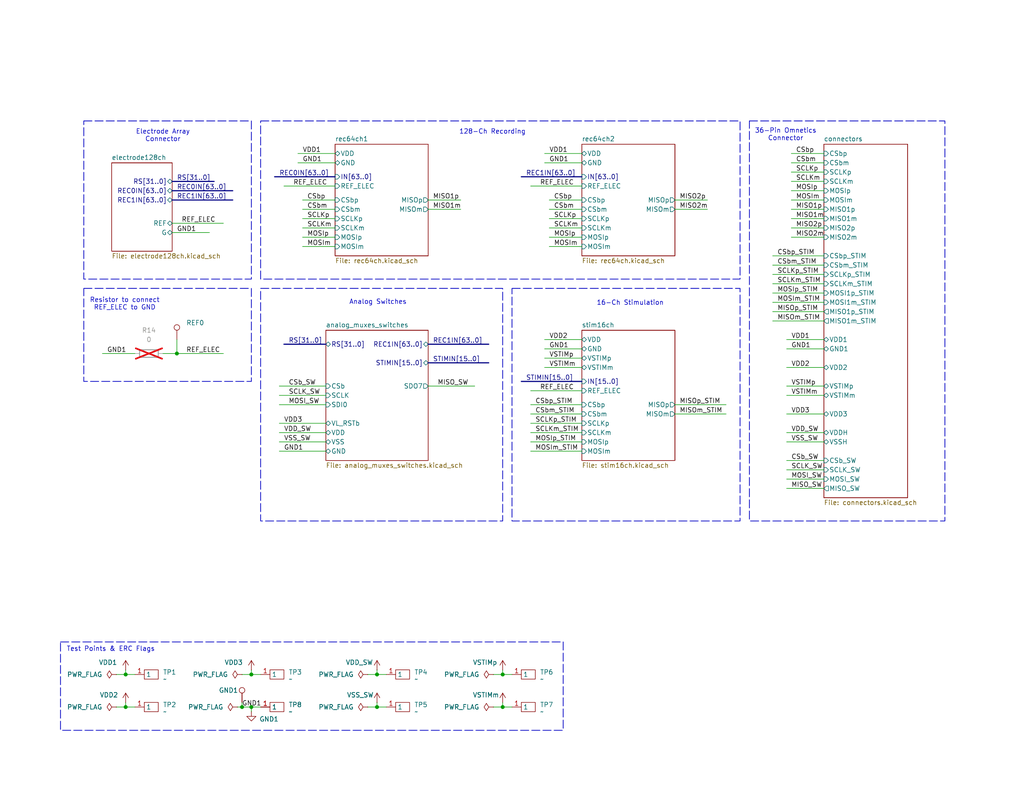
<source format=kicad_sch>
(kicad_sch (version 20231120) (generator "eeschema") (generator_version "8.0")
  (paper "USLetter")
  (title_block (title "HS-128S") (date "2024-04-12") (rev "1.0.0") (company "OpenIC"))
  (lib_symbols
    (symbol "Connector:TestPoint" (pin_numbers hide) (pin_names (offset 0.762) hide)
      (property "Reference" "TP" (at 0 6.858 0))
      (property "Value" "TestPoint" (at 0 5.08 0))
      (symbol "TestPoint_0_1"
        (circle (center 0 3.302) (radius 0.762))
      )
      (symbol "TestPoint_1_1"
        (pin passive line (at 0 0 90) (length 2.54) (name "1") (number "1"))
      )
    )
    (symbol "Device:R" (pin_numbers hide) (pin_names (offset 0))
      (property "Reference" "R" (at 2.032 0 90))
      (property "Value" "R" (at 0 0 90))
      (symbol "R_0_1"
        (rectangle (start -1.016 -2.54) (end 1.016 2.54) (stroke (width 0.254)))
      )
      (symbol "R_1_1"
        (pin passive line (at 0 3.81 270) (length 1.27) (name "~") (number "1"))
        (pin passive line (at 0 -3.81 90) (length 1.27) (name "~") (number "2"))
      )
    )
    (symbol "openic:TESTPOINT_PAD_SQ_0.5"
      (property "Reference" "TP" (at 1.27 2.54 0))
      (symbol "TESTPOINT_PAD_SQ_0.5_0_1"
        (rectangle (start 0 1.27) (end 3.81 -1.27))
      )
      (symbol "TESTPOINT_PAD_SQ_0.5_1_1"
        (pin passive line (at -2.54 0 0) (length 2.54) (name "1") (number "1"))
      )
    )
    (symbol "power:GND" (power) (pin_numbers hide) (pin_names (offset 0) hide)
      (property "Value" "GND" (at 0 -3.81 0))
      (symbol "GND_0_1"
        (polyline (pts (xy 0 0) (xy 0 -1.27) (xy 1.27 -1.27) (xy 0 -2.54) (xy -1.27 -1.27) (xy 0 -1.27)))
      )
      (symbol "GND_1_1"
        (pin power_in line (at 0 0 270) (length 0) (name "~") (number "1"))
      )
    )
    (symbol "power:PWR_FLAG" (power) (pin_numbers hide) (pin_names (offset 0) hide)
      (property "Value" "PWR_FLAG" (at 0 3.81 0))
      (symbol "PWR_FLAG_0_0"
        (pin power_out line (at 0 0 90) (length 0) (name "~") (number "1"))
      )
      (symbol "PWR_FLAG_0_1"
        (polyline (pts (xy 0 0) (xy 0 1.27) (xy -1.016 1.905) (xy 0 2.54) (xy 1.016 1.905) (xy 0 1.27)))
      )
    )
    (symbol "power:VCC" (power) (pin_numbers hide) (pin_names (offset 0) hide)
      (property "Value" "VCC" (at 0 3.556 0))
      (symbol "VCC_0_1"
        (polyline (pts (xy -0.762 1.27) (xy 0 2.54)))
        (polyline (pts (xy 0 0) (xy 0 2.54)))
        (polyline (pts (xy 0 2.54) (xy 0.762 1.27)))
      )
      (symbol "VCC_1_1"
        (pin power_in line (at 0 0 90) (length 0) (name "~") (number "1"))
      )
    )
  )
  (junction (at 137.16 193.04))
  (junction (at 48.26 96.52))
  (junction (at 68.58 193.04))
  (junction (at 68.58 184.15))
  (junction (at 34.29 184.15))
  (junction (at 137.16 184.15))
  (junction (at 66.04 193.04))
  (junction (at 102.87 184.15))
  (junction (at 34.29 193.04))
  (junction (at 102.87 193.04))
  (wire (pts (xy 82.55 62.23) (xy 91.44 62.23)))
  (bus (pts (xy 46.99 49.53) (xy 58.42 49.53)))
  (wire (pts (xy 184.15 113.03) (xy 198.12 113.03)))
  (wire (pts (xy 215.9 54.61) (xy 224.79 54.61)))
  (wire (pts (xy 66.04 191.77) (xy 66.04 193.04)))
  (wire (pts (xy 215.9 49.53) (xy 224.79 49.53)))
  (bus (pts (xy 142.24 104.14) (xy 158.75 104.14)))
  (wire (pts (xy 215.9 64.77) (xy 224.79 64.77)))
  (wire (pts (xy 27.94 96.52) (xy 36.83 96.52)))
  (wire (pts (xy 76.2 120.65) (xy 88.9 120.65)))
  (wire (pts (xy 214.63 107.95) (xy 224.79 107.95)))
  (wire (pts (xy 215.9 44.45) (xy 224.79 44.45)))
  (wire (pts (xy 82.55 54.61) (xy 91.44 54.61)))
  (bus (pts (xy 77.47 93.98) (xy 88.9 93.98)))
  (wire (pts (xy 148.59 97.79) (xy 158.75 97.79)))
  (wire (pts (xy 100.33 184.15) (xy 102.87 184.15)))
  (wire (pts (xy 148.59 95.25) (xy 158.75 95.25)))
  (bus (pts (xy 46.99 52.07) (xy 63.5 52.07)))
  (wire (pts (xy 184.15 54.61) (xy 193.04 54.61)))
  (wire (pts (xy 82.55 57.15) (xy 91.44 57.15)))
  (wire (pts (xy 76.2 115.57) (xy 88.9 115.57)))
  (wire (pts (xy 144.78 110.49) (xy 158.75 110.49)))
  (wire (pts (xy 76.2 107.95) (xy 88.9 107.95)))
  (wire (pts (xy 214.63 120.65) (xy 224.79 120.65)))
  (wire (pts (xy 148.59 41.91) (xy 158.75 41.91)))
  (wire (pts (xy 215.9 52.07) (xy 224.79 52.07)))
  (wire (pts (xy 210.82 72.39) (xy 224.79 72.39)))
  (wire (pts (xy 81.28 41.91) (xy 91.44 41.91)))
  (wire (pts (xy 137.16 184.15) (xy 139.7 184.15)))
  (wire (pts (xy 214.63 95.25) (xy 224.79 95.25)))
  (wire (pts (xy 76.2 110.49) (xy 88.9 110.49)))
  (wire (pts (xy 214.63 130.81) (xy 224.79 130.81)))
  (wire (pts (xy 102.87 191.77) (xy 102.87 193.04)))
  (wire (pts (xy 215.9 57.15) (xy 224.79 57.15)))
  (wire (pts (xy 134.62 184.15) (xy 137.16 184.15)))
  (wire (pts (xy 82.55 64.77) (xy 91.44 64.77)))
  (wire (pts (xy 31.75 193.04) (xy 34.29 193.04)))
  (wire (pts (xy 148.59 100.33) (xy 158.75 100.33)))
  (wire (pts (xy 214.63 100.33) (xy 224.79 100.33)))
  (wire (pts (xy 149.86 64.77) (xy 158.75 64.77)))
  (wire (pts (xy 184.15 110.49) (xy 198.12 110.49)))
  (wire (pts (xy 76.2 118.11) (xy 88.9 118.11)))
  (bus (pts (xy 116.84 93.98) (xy 133.35 93.98)))
  (wire (pts (xy 214.63 113.03) (xy 224.79 113.03)))
  (wire (pts (xy 144.78 50.8) (xy 158.75 50.8)))
  (wire (pts (xy 46.99 63.5) (xy 57.15 63.5)))
  (wire (pts (xy 34.29 191.77) (xy 34.29 193.04)))
  (bus (pts (xy 46.99 54.61) (xy 63.5 54.61)))
  (wire (pts (xy 100.33 193.04) (xy 102.87 193.04)))
  (wire (pts (xy 102.87 182.88) (xy 102.87 184.15)))
  (wire (pts (xy 48.26 92.71) (xy 48.26 96.52)))
  (wire (pts (xy 34.29 184.15) (xy 36.83 184.15)))
  (wire (pts (xy 148.59 92.71) (xy 158.75 92.71)))
  (bus (pts (xy 142.24 48.26) (xy 158.75 48.26)))
  (wire (pts (xy 116.84 105.41) (xy 129.54 105.41)))
  (wire (pts (xy 144.78 120.65) (xy 158.75 120.65)))
  (wire (pts (xy 215.9 59.69) (xy 224.79 59.69)))
  (wire (pts (xy 68.58 184.15) (xy 71.12 184.15)))
  (bus (pts (xy 116.84 99.06) (xy 133.35 99.06)))
  (wire (pts (xy 66.04 193.04) (xy 68.58 193.04)))
  (wire (pts (xy 102.87 184.15) (xy 105.41 184.15)))
  (wire (pts (xy 116.84 54.61) (xy 125.73 54.61)))
  (wire (pts (xy 68.58 182.88) (xy 68.58 184.15)))
  (wire (pts (xy 76.2 105.41) (xy 88.9 105.41)))
  (wire (pts (xy 44.45 96.52) (xy 48.26 96.52)))
  (wire (pts (xy 210.82 82.55) (xy 224.79 82.55)))
  (wire (pts (xy 149.86 57.15) (xy 158.75 57.15)))
  (wire (pts (xy 144.78 118.11) (xy 158.75 118.11)))
  (wire (pts (xy 144.78 123.19) (xy 158.75 123.19)))
  (wire (pts (xy 210.82 74.93) (xy 224.79 74.93)))
  (wire (pts (xy 210.82 85.09) (xy 224.79 85.09)))
  (wire (pts (xy 116.84 57.15) (xy 125.73 57.15)))
  (wire (pts (xy 210.82 69.85) (xy 224.79 69.85)))
  (wire (pts (xy 31.75 184.15) (xy 34.29 184.15)))
  (wire (pts (xy 214.63 125.73) (xy 224.79 125.73)))
  (wire (pts (xy 214.63 118.11) (xy 224.79 118.11)))
  (wire (pts (xy 214.63 133.35) (xy 224.79 133.35)))
  (wire (pts (xy 68.58 193.04) (xy 71.12 193.04)))
  (wire (pts (xy 64.77 193.04) (xy 66.04 193.04)))
  (wire (pts (xy 214.63 105.41) (xy 224.79 105.41)))
  (wire (pts (xy 102.87 193.04) (xy 105.41 193.04)))
  (wire (pts (xy 210.82 80.01) (xy 224.79 80.01)))
  (wire (pts (xy 144.78 115.57) (xy 158.75 115.57)))
  (wire (pts (xy 148.59 44.45) (xy 158.75 44.45)))
  (wire (pts (xy 36.83 193.04) (xy 34.29 193.04)))
  (wire (pts (xy 137.16 182.88) (xy 137.16 184.15)))
  (wire (pts (xy 82.55 67.31) (xy 91.44 67.31)))
  (wire (pts (xy 144.78 106.68) (xy 158.75 106.68)))
  (wire (pts (xy 144.78 113.03) (xy 158.75 113.03)))
  (wire (pts (xy 77.47 50.8) (xy 91.44 50.8)))
  (wire (pts (xy 215.9 62.23) (xy 224.79 62.23)))
  (wire (pts (xy 76.2 123.19) (xy 88.9 123.19)))
  (wire (pts (xy 149.86 67.31) (xy 158.75 67.31)))
  (wire (pts (xy 82.55 59.69) (xy 91.44 59.69)))
  (wire (pts (xy 48.26 96.52) (xy 60.96 96.52)))
  (wire (pts (xy 149.86 62.23) (xy 158.75 62.23)))
  (wire (pts (xy 34.29 182.88) (xy 34.29 184.15)))
  (wire (pts (xy 210.82 77.47) (xy 224.79 77.47)))
  (bus (pts (xy 74.93 48.26) (xy 91.44 48.26)))
  (wire (pts (xy 214.63 92.71) (xy 224.79 92.71)))
  (wire (pts (xy 215.9 46.99) (xy 224.79 46.99)))
  (wire (pts (xy 66.04 184.15) (xy 68.58 184.15)))
  (wire (pts (xy 184.15 57.15) (xy 193.04 57.15)))
  (wire (pts (xy 149.86 54.61) (xy 158.75 54.61)))
  (wire (pts (xy 149.86 59.69) (xy 158.75 59.69)))
  (wire (pts (xy 134.62 193.04) (xy 137.16 193.04)))
  (wire (pts (xy 137.16 193.04) (xy 139.7 193.04)))
  (wire (pts (xy 137.16 191.77) (xy 137.16 193.04)))
  (wire (pts (xy 214.63 128.27) (xy 224.79 128.27)))
  (wire (pts (xy 68.58 193.04) (xy 68.58 194.31)))
  (wire (pts (xy 81.28 44.45) (xy 91.44 44.45)))
  (wire (pts (xy 46.99 60.96) (xy 60.96 60.96)))
  (wire (pts (xy 215.9 41.91) (xy 224.79 41.91)))
  (wire (pts (xy 210.82 87.63) (xy 224.79 87.63)))
  (rectangle (start 139.7 78.74) (end 201.93 142.24) (stroke (width 0.2032) (type dash)))
  (rectangle (start 71.12 78.74) (end 137.16 142.24) (stroke (width 0.2032) (type dash)))
  (rectangle (start 22.86 33.02) (end 68.58 76.2) (stroke (width 0.2032) (type dash)))
  (rectangle (start 16.51 175.26) (end 153.67 199.39) (stroke (width 0.2032) (type dash)))
  (rectangle (start 22.86 78.74) (end 68.58 104.14) (stroke (width 0.2032) (type dash)))
  (rectangle (start 71.12 33.02) (end 201.93 76.2) (stroke (width 0.2032) (type dash)))
  (rectangle (start 204.47 33.02) (end 257.81 142.24) (stroke (width 0.2032) (type dash)))
  (text "Resistor to connect\nREF_ELEC to GND" (at 34.036 83.058 0) (effects (font (size 1.27 1.27))))
  (text "Analog Switches" (at 103.124 82.55 0) (effects (font (size 1.27 1.27))))
  (text "16-Ch Stimulation" (at 171.958 82.804 0) (effects (font (size 1.27 1.27))))
  (text "128-Ch Recording" (at 134.366 36.068 0) (effects (font (size 1.27 1.27))))
  (text "Electrode Array\nConnector" (at 44.45 37.084 0) (effects (font (size 1.27 1.27))))
  (text "Test Points & ERC Flags" (at 30.226 177.292 0) (effects (font (size 1.27 1.27))))
  (text "36-Pin Omnetics\nConnector" (at 214.376 36.83 0) (effects (font (size 1.27 1.27))))
  (label "GND1" (at 29.21 96.52 0))
  (label "SCLK_SW" (at 78.74 107.95 0))
  (label "STIMIN[15..0]" (at 143.51 104.14 0))
  (label "RS[31..0]" (at 48.26 49.53 0))
  (label "MOSIp_STIM" (at 146.05 120.65 0))
  (label "MISO2m" (at 185.42 57.15 0))
  (label "MISO2m" (at 217.17 64.77 0))
  (label "MISO_SW" (at 215.9 133.35 0))
  (label "REC1IN[63..0]" (at 118.11 93.98 0))
  (label "REC1IN[63..0]" (at 48.26 54.61 0))
  (label "MISO1m" (at 118.11 57.15 0))
  (label "REC0IN[63..0]" (at 48.26 52.07 0))
  (label "REF_ELEC" (at 80.01 50.8 0))
  (label "SCLKm_STIM" (at 212.09 77.47 0))
  (label "MOSIm_STIM" (at 212.09 82.55 0))
  (label "REC0IN[63..0]" (at 76.2 48.26 0))
  (label "CSb_SW" (at 78.74 105.41 0))
  (label "CSbp" (at 83.82 54.61 0))
  (label "GND1" (at 149.86 95.25 0))
  (label "MISO1p" (at 217.17 57.15 0))
  (label "VDD3" (at 215.9 113.03 0))
  (label "MOSIm_STIM" (at 146.05 123.19 0))
  (label "GND1" (at 48.26 63.5 0))
  (label "GND1" (at 77.47 123.19 0))
  (label "MISO2p" (at 217.17 62.23 0))
  (label "VDD_SW" (at 215.9 118.11 0))
  (label "SCLKp_STIM" (at 212.09 74.93 0))
  (label "MOSI_SW" (at 78.74 110.49 0))
  (label "VSTIMm" (at 215.9 107.95 0))
  (label "SCLKm_STIM" (at 146.05 118.11 0))
  (label "GND1" (at 82.55 44.45 0))
  (label "VDD1" (at 215.9 92.71 0))
  (label "SCLK_SW" (at 215.9 128.27 0))
  (label "VDD3" (at 77.47 115.57 0))
  (label "CSbp" (at 217.17 41.91 0))
  (label "RS[31..0]" (at 78.74 93.98 0))
  (label "VSS_SW" (at 215.9 120.65 0))
  (label "SCLKm" (at 217.17 49.53 0))
  (label "VDD1" (at 82.55 41.91 0))
  (label "STIMIN[15..0]" (at 118.11 99.06 0))
  (label "REF_ELEC" (at 147.32 50.8 0))
  (label "VDD2" (at 149.86 92.71 0))
  (label "MISO2p" (at 185.42 54.61 0))
  (label "REF_ELEC" (at 147.32 106.68 0))
  (label "CSbm" (at 83.82 57.15 0))
  (label "MOSIp" (at 83.82 64.77 0))
  (label "SCLKp" (at 83.82 59.69 0))
  (label "VSTIMm" (at 149.86 100.33 0))
  (label "REF_ELEC" (at 49.53 60.96 0))
  (label "CSbp_STIM" (at 146.05 110.49 0))
  (label "CSbp_STIM" (at 212.09 69.85 0))
  (label "CSbm_STIM" (at 212.09 72.39 0))
  (label "MOSIp_STIM" (at 212.09 80.01 0))
  (label "CSbm" (at 217.17 44.45 0))
  (label "CSbm_STIM" (at 146.05 113.03 0))
  (label "MOSI_SW" (at 215.9 130.81 0))
  (label "MOSIp" (at 217.17 52.07 0))
  (label "VSS_SW" (at 77.47 120.65 0))
  (label "MOSIm" (at 83.82 67.31 0))
  (label "GND1" (at 66.04 193.04 0))
  (label "CSbm" (at 151.13 57.15 0))
  (label "MOSIm" (at 217.17 54.61 0))
  (label "GND1" (at 215.9 95.25 0))
  (label "SCLKm" (at 83.82 62.23 0))
  (label "CSb_SW" (at 215.9 125.73 0))
  (label "REC1IN[63..0]" (at 143.51 48.26 0))
  (label "CSbp" (at 151.13 54.61 0))
  (label "MISO_SW" (at 119.38 105.41 0))
  (label "MISO1m" (at 217.17 59.69 0))
  (label "MISOm_STIM" (at 185.42 113.03 0))
  (label "MOSIp" (at 151.13 64.77 0))
  (label "MOSIm" (at 151.13 67.31 0))
  (label "VDD1" (at 149.86 41.91 0))
  (label "MISOp_STIM" (at 185.42 110.49 0))
  (label "VDD_SW" (at 77.47 118.11 0))
  (label "MISO1p" (at 118.11 54.61 0))
  (label "VDD2" (at 215.9 100.33 0))
  (label "SCLKp" (at 217.17 46.99 0))
  (label "SCLKp_STIM" (at 146.05 115.57 0))
  (label "SCLKp" (at 151.13 59.69 0))
  (label "VSTIMp" (at 149.86 97.79 0))
  (label "SCLKm" (at 151.13 62.23 0))
  (label "MISOm_STIM" (at 212.09 87.63 0))
  (label "VSTIMp" (at 215.9 105.41 0))
  (label "GND1" (at 149.86 44.45 0))
  (label "MISOp_STIM" (at 212.09 85.09 0))
  (label "REF_ELEC" (at 50.8 96.52 0))
  (symbol (lib_id "power:VCC") (at 137.16 191.77 0) (unit 1)
    (property "Reference" "#PWR08" (effects (hide yes)))
    (property "Value" "VSTIMm" (at 132.588 189.738 0))
    (property "Description" "Power symbol creates a global label with name \"VCC\"" (effects (hide yes)))
  )
  (symbol (lib_id "openic:TESTPOINT_PAD_SQ_0.5") (at 39.37 193.04 0) (unit 1)
    (property "Reference" "TP2" (at 44.45 192.4049 0) (effects (justify left)))
    (property "Value" "~" (at 44.45 194.31 0) (effects (justify left)))
    (property "Footprint" "openic:TESTPOINT_PAD_SQ_0.5" (effects (hide yes)))
    (property "Description" "TESTPOINT_PAD_SQ_0.5" (effects (hide yes)))
  )
  (symbol (lib_id "power:VCC") (at 137.16 182.88 0) (unit 1)
    (property "Reference" "#PWR07" (effects (hide yes)))
    (property "Value" "VSTIMp" (at 132.334 180.848 0))
    (property "Description" "Power symbol creates a global label with name \"VCC\"" (effects (hide yes)))
  )
  (symbol (lib_id "power:PWR_FLAG") (at 134.62 184.15 90) (unit 1)
    (property "Reference" "#FLG07" (effects (hide yes)))
    (property "Value" "PWR_FLAG" (at 130.81 184.1499 90) (effects (justify left)))
    (property "Description" "Special symbol for telling ERC where power comes from" (effects (hide yes)))
  )
  (symbol (lib_id "power:VCC") (at 68.58 182.88 0) (unit 1)
    (property "Reference" "#PWR05" (effects (hide yes)))
    (property "Value" "VDD3" (at 63.754 180.848 0))
    (property "Description" "Power symbol creates a global label with name \"VCC\"" (effects (hide yes)))
  )
  (symbol (lib_id "power:VCC") (at 34.29 191.77 0) (unit 1)
    (property "Reference" "#PWR03" (effects (hide yes)))
    (property "Value" "VDD2" (at 29.718 189.738 0))
    (property "Description" "Power symbol creates a global label with name \"VCC\"" (effects (hide yes)))
  )
  (symbol (lib_id "openic:TESTPOINT_PAD_SQ_0.5") (at 73.66 184.15 0) (unit 1)
    (property "Reference" "TP3" (at 78.74 183.5149 0) (effects (justify left)))
    (property "Value" "~" (at 78.74 185.42 0) (effects (justify left)))
    (property "Footprint" "openic:TESTPOINT_PAD_SQ_0.5" (effects (hide yes)))
    (property "Description" "TESTPOINT_PAD_SQ_0.5" (effects (hide yes)))
  )
  (symbol (lib_id "power:VCC") (at 102.87 182.88 0) (unit 1)
    (property "Reference" "#PWR02" (effects (hide yes)))
    (property "Value" "VDD_SW" (at 98.044 180.848 0))
    (property "Description" "Power symbol creates a global label with name \"VCC\"" (effects (hide yes)))
  )
  (symbol (lib_id "power:PWR_FLAG") (at 134.62 193.04 90) (unit 1)
    (property "Reference" "#FLG08" (effects (hide yes)))
    (property "Value" "PWR_FLAG" (at 130.81 193.0399 90) (effects (justify left)))
    (property "Description" "Special symbol for telling ERC where power comes from" (effects (hide yes)))
  )
  (symbol (lib_id "power:PWR_FLAG") (at 66.04 184.15 90) (unit 1)
    (property "Reference" "#FLG05" (effects (hide yes)))
    (property "Value" "PWR_FLAG" (at 62.23 184.1499 90) (effects (justify left)))
    (property "Description" "Special symbol for telling ERC where power comes from" (effects (hide yes)))
  )
  (symbol (lib_id "power:PWR_FLAG") (at 100.33 184.15 90) (unit 1)
    (property "Reference" "#FLG02" (effects (hide yes)))
    (property "Value" "PWR_FLAG" (at 96.52 184.1499 90) (effects (justify left)))
    (property "Description" "Special symbol for telling ERC where power comes from" (effects (hide yes)))
  )
  (symbol (lib_id "Device:R") (at 40.64 96.52 90) (unit 1) (dnp yes)
    (property "Reference" "R14" (at 40.64 90.17 90))
    (property "Value" "0" (at 40.64 92.71 90))
    (property "Footprint" "Resistor_SMD:R_0402_1005Metric" (effects (hide yes)))
    (property "Description" "Resistor" (effects (hide yes)))
  )
  (symbol (lib_id "power:PWR_FLAG") (at 100.33 193.04 90) (unit 1)
    (property "Reference" "#FLG04" (effects (hide yes)))
    (property "Value" "PWR_FLAG" (at 96.52 193.0399 90) (effects (justify left)))
    (property "Description" "Special symbol for telling ERC where power comes from" (effects (hide yes)))
  )
  (symbol (lib_id "power:PWR_FLAG") (at 31.75 184.15 90) (unit 1)
    (property "Reference" "#FLG01" (effects (hide yes)))
    (property "Value" "PWR_FLAG" (at 27.94 184.1499 90) (effects (justify left)))
    (property "Description" "Special symbol for telling ERC where power comes from" (effects (hide yes)))
  )
  (symbol (lib_id "power:PWR_FLAG") (at 64.77 193.04 90) (unit 1)
    (property "Reference" "#FLG06" (effects (hide yes)))
    (property "Value" "PWR_FLAG" (at 60.96 193.0399 90) (effects (justify left)))
    (property "Description" "Special symbol for telling ERC where power comes from" (effects (hide yes)))
  )
  (symbol (lib_id "openic:TESTPOINT_PAD_SQ_0.5") (at 142.24 184.15 0) (unit 1)
    (property "Reference" "TP6" (at 147.32 183.5149 0) (effects (justify left)))
    (property "Value" "~" (at 147.32 185.42 0) (effects (justify left)))
    (property "Footprint" "openic:TESTPOINT_PAD_SQ_0.5" (effects (hide yes)))
    (property "Description" "TESTPOINT_PAD_SQ_0.5" (effects (hide yes)))
  )
  (symbol (lib_id "openic:TESTPOINT_PAD_SQ_0.5") (at 39.37 184.15 0) (unit 1)
    (property "Reference" "TP1" (at 44.45 183.5149 0) (effects (justify left)))
    (property "Value" "~" (at 44.45 185.42 0) (effects (justify left)))
    (property "Footprint" "openic:TESTPOINT_PAD_SQ_0.5" (effects (hide yes)))
    (property "Description" "TESTPOINT_PAD_SQ_0.5" (effects (hide yes)))
  )
  (symbol (lib_id "power:VCC") (at 102.87 191.77 0) (unit 1)
    (property "Reference" "#PWR04" (effects (hide yes)))
    (property "Value" "VSS_SW" (at 98.298 189.738 0))
    (property "Description" "Power symbol creates a global label with name \"VCC\"" (effects (hide yes)))
  )
  (symbol (lib_id "openic:TESTPOINT_PAD_SQ_0.5") (at 107.95 193.04 0) (unit 1)
    (property "Reference" "TP5" (at 113.03 192.4049 0) (effects (justify left)))
    (property "Value" "~" (at 113.03 194.31 0) (effects (justify left)))
    (property "Footprint" "openic:TESTPOINT_PAD_SQ_0.5" (effects (hide yes)))
    (property "Description" "TESTPOINT_PAD_SQ_0.5" (effects (hide yes)))
  )
  (symbol (lib_id "openic:TESTPOINT_PAD_SQ_0.5") (at 142.24 193.04 0) (unit 1)
    (property "Reference" "TP7" (at 147.32 192.4049 0) (effects (justify left)))
    (property "Value" "~" (at 147.32 194.31 0) (effects (justify left)))
    (property "Footprint" "openic:TESTPOINT_PAD_SQ_0.5" (effects (hide yes)))
    (property "Description" "TESTPOINT_PAD_SQ_0.5" (effects (hide yes)))
  )
  (symbol (lib_id "openic:TESTPOINT_PAD_SQ_0.5") (at 73.66 193.04 0) (unit 1)
    (property "Reference" "TP8" (at 78.74 192.4049 0) (effects (justify left)))
    (property "Value" "~" (at 78.74 194.31 0) (effects (justify left)))
    (property "Footprint" "openic:TESTPOINT_PAD_SQ_0.5" (effects (hide yes)))
    (property "Description" "TESTPOINT_PAD_SQ_0.5" (effects (hide yes)))
  )
  (symbol (lib_id "power:VCC") (at 34.29 182.88 0) (unit 1)
    (property "Reference" "#PWR01" (effects (hide yes)))
    (property "Value" "VDD1" (at 29.464 180.848 0))
    (property "Description" "Power symbol creates a global label with name \"VCC\"" (effects (hide yes)))
  )
  (symbol (lib_id "Connector:TestPoint") (at 48.26 92.71 0) (unit 1)
    (property "Reference" "REF0" (at 50.8 88.1379 0) (effects (justify left)))
    (property "Value" "REF0" (effects (hide yes)))
    (property "Footprint" "openic:TESTPOINT_SMALL" (effects (hide yes)))
    (property "Description" "test point" (effects (hide yes)))
  )
  (symbol (lib_id "power:PWR_FLAG") (at 31.75 193.04 90) (unit 1)
    (property "Reference" "#FLG03" (effects (hide yes)))
    (property "Value" "PWR_FLAG" (at 27.94 193.0399 90) (effects (justify left)))
    (property "Description" "Special symbol for telling ERC where power comes from" (effects (hide yes)))
  )
  (symbol (lib_id "power:GND") (at 68.58 194.31 0) (unit 1)
    (property "Reference" "#PWR06" (effects (hide yes)))
    (property "Value" "GND1" (at 73.406 196.342 0))
    (property "Description" "Power symbol creates a global label with name \"GND\" , ground" (effects (hide yes)))
  )
  (symbol (lib_id "Connector:TestPoint") (at 66.04 191.77 0) (unit 1)
    (property "Reference" "GND1" (at 59.69 188.4679 0) (effects (justify left)))
    (property "Value" "GND1" (effects (hide yes)))
    (property "Footprint" "openic:TESTPOINT_SMALL" (effects (hide yes)))
    (property "Description" "test point" (effects (hide yes)))
  )
  (symbol (lib_id "openic:TESTPOINT_PAD_SQ_0.5") (at 107.95 184.15 0) (unit 1)
    (property "Reference" "TP4" (at 113.03 183.5149 0) (effects (justify left)))
    (property "Value" "~" (at 113.03 185.42 0) (effects (justify left)))
    (property "Footprint" "openic:TESTPOINT_PAD_SQ_0.5" (effects (hide yes)))
    (property "Description" "TESTPOINT_PAD_SQ_0.5" (effects (hide yes)))
  )
  (sheet (at 158.75 39.37) (size 25.4 30.48) (stroke (width 0.1524))
    (property "Sheetname" "rec64ch2" (at 158.75 38.6584 0) (effects (justify left bottom)))
    (property "Sheetfile" "rec64ch.kicad_sch" (at 158.75 70.4346 0) (effects (justify left top)))
    (pin "SCLKm" input (at 158.75 62.23 180))
    (pin "MOSIp" input (at 158.75 64.77 180))
    (pin "MOSIm" input (at 158.75 67.31 180))
    (pin "MISOm" output (at 184.15 57.15 0))
    (pin "MISOp" output (at 184.15 54.61 0))
    (pin "CSbm" input (at 158.75 57.15 180))
    (pin "SCLKp" input (at 158.75 59.69 180))
    (pin "CSbp" input (at 158.75 54.61 180))
    (pin "VDD" bidirectional (at 158.75 41.91 180))
    (pin "IN[63..0]" input (at 158.75 48.26 180))
    (pin "GND" bidirectional (at 158.75 44.45 180))
    (pin "REF_ELEC" input (at 158.75 50.8 180))
  )
  (sheet (at 224.79 39.37) (size 22.86 96.52) (stroke (width 0.1524))
    (property "Sheetname" "connectors" (at 224.79 38.6584 0) (effects (justify left bottom)))
    (property "Sheetfile" "connectors.kicad_sch" (at 224.79 136.4746 0) (effects (justify left top)))
    (pin "MISO1p" input (at 224.79 57.15 180))
    (pin "MOSIm" input (at 224.79 54.61 180))
    (pin "MISO1m" input (at 224.79 59.69 180))
    (pin "MISO2p" input (at 224.79 62.23 180))
    (pin "MISO2m" input (at 224.79 64.77 180))
    (pin "SCLKm" input (at 224.79 49.53 180))
    (pin "SCLKp" input (at 224.79 46.99 180))
    (pin "MOSIp" input (at 224.79 52.07 180))
    (pin "CSbm" input (at 224.79 44.45 180))
    (pin "CSbp" input (at 224.79 41.91 180))
    (pin "SCLKp_STIM" input (at 224.79 74.93 180))
    (pin "CSbm_STIM" input (at 224.79 72.39 180))
    (pin "CSbp_STIM" input (at 224.79 69.85 180))
    (pin "SCLKm_STIM" input (at 224.79 77.47 180))
    (pin "MOSI1p_STIM" input (at 224.79 80.01 180))
    (pin "MOSI1m_STIM" input (at 224.79 82.55 180))
    (pin "MISO1p_STIM" output (at 224.79 85.09 180))
    (pin "MISO1m_STIM" output (at 224.79 87.63 180))
    (pin "VDD1" bidirectional (at 224.79 92.71 180))
    (pin "GND1" bidirectional (at 224.79 95.25 180))
    (pin "VDD2" bidirectional (at 224.79 100.33 180))
    (pin "VDD3" bidirectional (at 224.79 113.03 180))
    (pin "VDDH" bidirectional (at 224.79 118.11 180))
    (pin "VSSH" bidirectional (at 224.79 120.65 180))
    (pin "VSTIMp" bidirectional (at 224.79 105.41 180))
    (pin "VSTIMm" bidirectional (at 224.79 107.95 180))
    (pin "CSb_SW" input (at 224.79 125.73 180))
    (pin "SCLK_SW" input (at 224.79 128.27 180))
    (pin "MISO_SW" output (at 224.79 133.35 180))
    (pin "MOSI_SW" input (at 224.79 130.81 180))
  )
  (sheet (at 88.9 90.17) (size 27.94 35.56) (stroke (width 0.1524))
    (property "Sheetname" "analog_muxes_switches" (at 88.9 89.4584 0) (effects (justify left bottom)))
    (property "Sheetfile" "analog_muxes_switches.kicad_sch" (at 88.9 126.3146 0) (effects (justify left top)))
    (pin "VSS" bidirectional (at 88.9 120.65 180))
    (pin "VDD" bidirectional (at 88.9 118.11 180))
    (pin "GND" bidirectional (at 88.9 123.19 180))
    (pin "SDO7" output (at 116.84 105.41 0))
    (pin "SDI0" input (at 88.9 110.49 180))
    (pin "SCLK" input (at 88.9 107.95 180))
    (pin "CSb" input (at 88.9 105.41 180))
    (pin "VL_RSTb" bidirectional (at 88.9 115.57 180))
    (pin "STIMIN[15..0]" bidirectional (at 116.84 99.06 0))
    (pin "REC1IN[63..0]" bidirectional (at 116.84 93.98 0))
    (pin "RS[31..0]" bidirectional (at 88.9 93.98 180))
  )
  (sheet (at 91.44 39.37) (size 25.4 30.48) (stroke (width 0.1524))
    (property "Sheetname" "rec64ch1" (at 91.44 38.6584 0) (effects (justify left bottom)))
    (property "Sheetfile" "rec64ch.kicad_sch" (at 91.44 70.4346 0) (effects (justify left top)))
    (pin "SCLKm" input (at 91.44 62.23 180))
    (pin "MOSIp" input (at 91.44 64.77 180))
    (pin "MOSIm" input (at 91.44 67.31 180))
    (pin "MISOm" output (at 116.84 57.15 0))
    (pin "MISOp" output (at 116.84 54.61 0))
    (pin "CSbm" input (at 91.44 57.15 180))
    (pin "SCLKp" input (at 91.44 59.69 180))
    (pin "CSbp" input (at 91.44 54.61 180))
    (pin "VDD" bidirectional (at 91.44 41.91 180))
    (pin "IN[63..0]" input (at 91.44 48.26 180))
    (pin "GND" bidirectional (at 91.44 44.45 180))
    (pin "REF_ELEC" input (at 91.44 50.8 180))
  )
  (sheet (at 158.75 90.17) (size 25.4 35.56) (stroke (width 0.1524))
    (property "Sheetname" "stim16ch" (at 158.75 89.4584 0) (effects (justify left bottom)))
    (property "Sheetfile" "stim16ch.kicad_sch" (at 158.75 126.3146 0) (effects (justify left top)))
    (pin "CSbm" input (at 158.75 113.03 180))
    (pin "MOSIp" input (at 158.75 120.65 180))
    (pin "MOSIm" input (at 158.75 123.19 180))
    (pin "SCLKp" input (at 158.75 115.57 180))
    (pin "MISOm" output (at 184.15 113.03 0))
    (pin "MISOp" output (at 184.15 110.49 0))
    (pin "SCLKm" input (at 158.75 118.11 180))
    (pin "GND" bidirectional (at 158.75 95.25 180))
    (pin "CSbp" input (at 158.75 110.49 180))
    (pin "REF_ELEC" input (at 158.75 106.68 180))
    (pin "VDD" bidirectional (at 158.75 92.71 180))
    (pin "IN[15..0]" input (at 158.75 104.14 180))
    (pin "VSTIMp" bidirectional (at 158.75 97.79 180))
    (pin "VSTIMm" bidirectional (at 158.75 100.33 180))
  )
  (sheet (at 30.48 44.45) (size 16.51 24.13) (stroke (width 0.1524))
    (property "Sheetname" "electrode128ch" (at 30.48 43.7384 0) (effects (justify left bottom)))
    (property "Sheetfile" "electrode128ch.kicad_sch" (at 30.48 69.1646 0) (effects (justify left top)))
    (pin "REF" bidirectional (at 46.99 60.96 0))
    (pin "REC0IN[63..0]" bidirectional (at 46.99 52.07 0))
    (pin "REC1IN[63..0]" bidirectional (at 46.99 54.61 0))
    (pin "G" bidirectional (at 46.99 63.5 0))
    (pin "RS[31..0]" bidirectional (at 46.99 49.53 0))
  )
)
</source>
